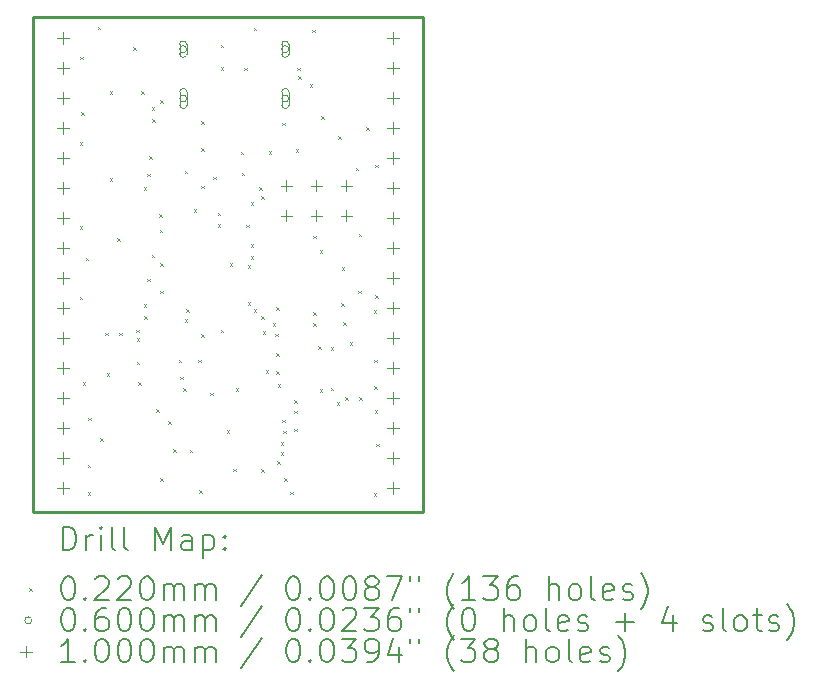
<source format=gbr>
%TF.GenerationSoftware,KiCad,Pcbnew,9.0.0*%
%TF.CreationDate,2025-09-12T19:12:51+01:00*%
%TF.ProjectId,OE PyBoard,4f452050-7942-46f6-9172-642e6b696361,rev?*%
%TF.SameCoordinates,Original*%
%TF.FileFunction,Drillmap*%
%TF.FilePolarity,Positive*%
%FSLAX45Y45*%
G04 Gerber Fmt 4.5, Leading zero omitted, Abs format (unit mm)*
G04 Created by KiCad (PCBNEW 9.0.0) date 2025-09-12 19:12:51*
%MOMM*%
%LPD*%
G01*
G04 APERTURE LIST*
%ADD10C,0.230000*%
%ADD11C,0.200000*%
%ADD12C,0.100000*%
G04 APERTURE END LIST*
D10*
X12547600Y-9423200D02*
X15849600Y-9423200D01*
X15849600Y-13614200D01*
X12547600Y-13614200D01*
X12547600Y-9423200D01*
D11*
D12*
X12943000Y-10479200D02*
X12965000Y-10501200D01*
X12965000Y-10479200D02*
X12943000Y-10501200D01*
X12943000Y-11190400D02*
X12965000Y-11212400D01*
X12965000Y-11190400D02*
X12943000Y-11212400D01*
X12943000Y-11787300D02*
X12965000Y-11809300D01*
X12965000Y-11787300D02*
X12943000Y-11809300D01*
X12948080Y-9757840D02*
X12970080Y-9779840D01*
X12970080Y-9757840D02*
X12948080Y-9779840D01*
X12955700Y-10225200D02*
X12977700Y-10247200D01*
X12977700Y-10225200D02*
X12955700Y-10247200D01*
X12968400Y-12514000D02*
X12990400Y-12536000D01*
X12990400Y-12514000D02*
X12968400Y-12536000D01*
X12993800Y-11457100D02*
X13015800Y-11479100D01*
X13015800Y-11457100D02*
X12993800Y-11479100D01*
X13009040Y-13212240D02*
X13031040Y-13234240D01*
X13031040Y-13212240D02*
X13009040Y-13234240D01*
X13009040Y-13445920D02*
X13031040Y-13467920D01*
X13031040Y-13445920D02*
X13009040Y-13467920D01*
X13013600Y-12814000D02*
X13035600Y-12836000D01*
X13035600Y-12814000D02*
X13013600Y-12836000D01*
X13095400Y-9501300D02*
X13117400Y-9523300D01*
X13117400Y-9501300D02*
X13095400Y-9523300D01*
X13113600Y-12989000D02*
X13135600Y-13011000D01*
X13135600Y-12989000D02*
X13113600Y-13011000D01*
X13159651Y-12095297D02*
X13181651Y-12117297D01*
X13181651Y-12095297D02*
X13159651Y-12117297D01*
X13170555Y-12434800D02*
X13192555Y-12456800D01*
X13192555Y-12434800D02*
X13170555Y-12456800D01*
X13197000Y-10047400D02*
X13219000Y-10069400D01*
X13219000Y-10047400D02*
X13197000Y-10069400D01*
X13197000Y-10784000D02*
X13219000Y-10806000D01*
X13219000Y-10784000D02*
X13197000Y-10806000D01*
X13260500Y-11292000D02*
X13282500Y-11314000D01*
X13282500Y-11292000D02*
X13260500Y-11314000D01*
X13277543Y-12095157D02*
X13299543Y-12117157D01*
X13299543Y-12095157D02*
X13277543Y-12117157D01*
X13395120Y-9676560D02*
X13417120Y-9698560D01*
X13417120Y-9676560D02*
X13395120Y-9698560D01*
X13420600Y-12067867D02*
X13442600Y-12089867D01*
X13442600Y-12067867D02*
X13420600Y-12089867D01*
X13425600Y-12142700D02*
X13447600Y-12164700D01*
X13447600Y-12142700D02*
X13425600Y-12164700D01*
X13425600Y-12339700D02*
X13447600Y-12361700D01*
X13447600Y-12339700D02*
X13425600Y-12361700D01*
X13438300Y-12511200D02*
X13460300Y-12533200D01*
X13460300Y-12511200D02*
X13438300Y-12533200D01*
X13463700Y-10047400D02*
X13485700Y-10069400D01*
X13485700Y-10047400D02*
X13463700Y-10069400D01*
X13483583Y-10860200D02*
X13505583Y-10882200D01*
X13505583Y-10860200D02*
X13483583Y-10882200D01*
X13483583Y-11850600D02*
X13505583Y-11872600D01*
X13505583Y-11850600D02*
X13483583Y-11872600D01*
X13489100Y-11952400D02*
X13511100Y-11974400D01*
X13511100Y-11952400D02*
X13489100Y-11974400D01*
X13514500Y-10745900D02*
X13536500Y-10767900D01*
X13536500Y-10745900D02*
X13514500Y-10767900D01*
X13514500Y-11634900D02*
X13536500Y-11656900D01*
X13536500Y-11634900D02*
X13514500Y-11656900D01*
X13531400Y-10597500D02*
X13553400Y-10619500D01*
X13553400Y-10597500D02*
X13531400Y-10619500D01*
X13552600Y-10183911D02*
X13574600Y-10205911D01*
X13574600Y-10183911D02*
X13552600Y-10205911D01*
X13552600Y-11431700D02*
X13574600Y-11453700D01*
X13574600Y-11431700D02*
X13552600Y-11453700D01*
X13557580Y-10287007D02*
X13579580Y-10309007D01*
X13579580Y-10287007D02*
X13557580Y-10309007D01*
X13590700Y-12739600D02*
X13612700Y-12761600D01*
X13612700Y-12739600D02*
X13590700Y-12761600D01*
X13613600Y-11089000D02*
X13635600Y-11111000D01*
X13635600Y-11089000D02*
X13613600Y-11111000D01*
X13618472Y-11220272D02*
X13640472Y-11242272D01*
X13640472Y-11220272D02*
X13618472Y-11242272D01*
X13622450Y-11507700D02*
X13644450Y-11529700D01*
X13644450Y-11507700D02*
X13622450Y-11529700D01*
X13622450Y-11736500D02*
X13644450Y-11758500D01*
X13644450Y-11736500D02*
X13622450Y-11758500D01*
X13622902Y-10125411D02*
X13644902Y-10147411D01*
X13644902Y-10125411D02*
X13622902Y-10147411D01*
X13623720Y-13323800D02*
X13645720Y-13345800D01*
X13645720Y-13323800D02*
X13623720Y-13345800D01*
X13692300Y-12841200D02*
X13714300Y-12863200D01*
X13714300Y-12841200D02*
X13692300Y-12863200D01*
X13735480Y-13080160D02*
X13757480Y-13102160D01*
X13757480Y-13080160D02*
X13735480Y-13102160D01*
X13781200Y-12320700D02*
X13803200Y-12342700D01*
X13803200Y-12320700D02*
X13781200Y-12342700D01*
X13791360Y-12467802D02*
X13813360Y-12489802D01*
X13813360Y-12467802D02*
X13791360Y-12489802D01*
X13819300Y-12562000D02*
X13841300Y-12584000D01*
X13841300Y-12562000D02*
X13819300Y-12584000D01*
X13832000Y-10720500D02*
X13854000Y-10742500D01*
X13854000Y-10720500D02*
X13832000Y-10742500D01*
X13832000Y-11977800D02*
X13854000Y-11999800D01*
X13854000Y-11977800D02*
X13832000Y-11999800D01*
X13841600Y-11893900D02*
X13863600Y-11915900D01*
X13863600Y-11893900D02*
X13841600Y-11915900D01*
X13871380Y-13083066D02*
X13893380Y-13105066D01*
X13893380Y-13083066D02*
X13871380Y-13105066D01*
X13906600Y-11046080D02*
X13928600Y-11068080D01*
X13928600Y-11046080D02*
X13906600Y-11068080D01*
X13946300Y-12320700D02*
X13968300Y-12342700D01*
X13968300Y-12320700D02*
X13946300Y-12342700D01*
X13953920Y-13425600D02*
X13975920Y-13447600D01*
X13975920Y-13425600D02*
X13953920Y-13447600D01*
X13971700Y-10301400D02*
X13993700Y-10323400D01*
X13993700Y-10301400D02*
X13971700Y-10323400D01*
X13971700Y-10530000D02*
X13993700Y-10552000D01*
X13993700Y-10530000D02*
X13971700Y-10552000D01*
X13971700Y-10847500D02*
X13993700Y-10869500D01*
X13993700Y-10847500D02*
X13971700Y-10869500D01*
X13971700Y-12104800D02*
X13993700Y-12126800D01*
X13993700Y-12104800D02*
X13971700Y-12126800D01*
X14047900Y-12600100D02*
X14069900Y-12622100D01*
X14069900Y-12600100D02*
X14047900Y-12622100D01*
X14073300Y-10771300D02*
X14095300Y-10793300D01*
X14095300Y-10771300D02*
X14073300Y-10793300D01*
X14111400Y-11076100D02*
X14133400Y-11098100D01*
X14133400Y-11076100D02*
X14111400Y-11098100D01*
X14111400Y-11177500D02*
X14133400Y-11199500D01*
X14133400Y-11177500D02*
X14111400Y-11199500D01*
X14136800Y-9653700D02*
X14158800Y-9675700D01*
X14158800Y-9653700D02*
X14136800Y-9675700D01*
X14136800Y-9844200D02*
X14158800Y-9866200D01*
X14158800Y-9844200D02*
X14136800Y-9866200D01*
X14136800Y-12066700D02*
X14158800Y-12088700D01*
X14158800Y-12066700D02*
X14136800Y-12088700D01*
X14187600Y-12917400D02*
X14209600Y-12939400D01*
X14209600Y-12917400D02*
X14187600Y-12939400D01*
X14213000Y-11507700D02*
X14235000Y-11529700D01*
X14235000Y-11507700D02*
X14213000Y-11529700D01*
X14243480Y-13244978D02*
X14265480Y-13266978D01*
X14265480Y-13244978D02*
X14243480Y-13266978D01*
X14263800Y-12562000D02*
X14285800Y-12584000D01*
X14285800Y-12562000D02*
X14263800Y-12584000D01*
X14304440Y-10560480D02*
X14326440Y-10582480D01*
X14326440Y-10560480D02*
X14304440Y-10582480D01*
X14313545Y-10739000D02*
X14335545Y-10761000D01*
X14335545Y-10739000D02*
X14313545Y-10761000D01*
X14334920Y-9849280D02*
X14356920Y-9871280D01*
X14356920Y-9849280D02*
X14334920Y-9871280D01*
X14352700Y-11177700D02*
X14374700Y-11199700D01*
X14374700Y-11177700D02*
X14352700Y-11199700D01*
X14365400Y-11520400D02*
X14387400Y-11542400D01*
X14387400Y-11520400D02*
X14365400Y-11542400D01*
X14365400Y-11837900D02*
X14387400Y-11859900D01*
X14387400Y-11837900D02*
X14365400Y-11859900D01*
X14390800Y-10987000D02*
X14412800Y-11009000D01*
X14412800Y-10987000D02*
X14390800Y-11009000D01*
X14390800Y-11342600D02*
X14412800Y-11364600D01*
X14412800Y-11342600D02*
X14390800Y-11364600D01*
X14390800Y-11444200D02*
X14412800Y-11466200D01*
X14412800Y-11444200D02*
X14390800Y-11466200D01*
X14414658Y-9512545D02*
X14436658Y-9534545D01*
X14436658Y-9512545D02*
X14414658Y-9534545D01*
X14416562Y-11893900D02*
X14438562Y-11915900D01*
X14438562Y-11893900D02*
X14416562Y-11915900D01*
X14461064Y-10860038D02*
X14483064Y-10882038D01*
X14483064Y-10860038D02*
X14461064Y-10882038D01*
X14479700Y-10936400D02*
X14501700Y-10958400D01*
X14501700Y-10936400D02*
X14479700Y-10958400D01*
X14479700Y-11952400D02*
X14501700Y-11974400D01*
X14501700Y-11952400D02*
X14479700Y-11974400D01*
X14479700Y-13247800D02*
X14501700Y-13269800D01*
X14501700Y-13247800D02*
X14479700Y-13269800D01*
X14492400Y-12079400D02*
X14514400Y-12101400D01*
X14514400Y-12079400D02*
X14492400Y-12101400D01*
X14517800Y-12409600D02*
X14539800Y-12431600D01*
X14539800Y-12409600D02*
X14517800Y-12431600D01*
X14543200Y-10555400D02*
X14565200Y-10577400D01*
X14565200Y-10555400D02*
X14543200Y-10577400D01*
X14576100Y-12015700D02*
X14598100Y-12037700D01*
X14598100Y-12015700D02*
X14576100Y-12037700D01*
X14597175Y-12101425D02*
X14619175Y-12123425D01*
X14619175Y-12101425D02*
X14597175Y-12123425D01*
X14606700Y-11876200D02*
X14628700Y-11898200D01*
X14628700Y-11876200D02*
X14606700Y-11898200D01*
X14606700Y-12269700D02*
X14628700Y-12291700D01*
X14628700Y-12269700D02*
X14606700Y-12291700D01*
X14606700Y-12422100D02*
X14628700Y-12444100D01*
X14628700Y-12422100D02*
X14606700Y-12444100D01*
X14614548Y-13179248D02*
X14636548Y-13201248D01*
X14636548Y-13179248D02*
X14614548Y-13201248D01*
X14619400Y-12531453D02*
X14641400Y-12553453D01*
X14641400Y-12531453D02*
X14619400Y-12553453D01*
X14644800Y-13019000D02*
X14666800Y-13041000D01*
X14666800Y-13019000D02*
X14644800Y-13041000D01*
X14644800Y-13107900D02*
X14666800Y-13129900D01*
X14666800Y-13107900D02*
X14644800Y-13129900D01*
X14657500Y-10314100D02*
X14679500Y-10336100D01*
X14679500Y-10314100D02*
X14657500Y-10336100D01*
X14657500Y-12828700D02*
X14679500Y-12850700D01*
X14679500Y-12828700D02*
X14657500Y-12850700D01*
X14664000Y-12924000D02*
X14686000Y-12946000D01*
X14686000Y-12924000D02*
X14664000Y-12946000D01*
X14671500Y-13325100D02*
X14693500Y-13347100D01*
X14693500Y-13325100D02*
X14671500Y-13347100D01*
X14726080Y-13440840D02*
X14748080Y-13462840D01*
X14748080Y-13440840D02*
X14726080Y-13462840D01*
X14759100Y-12663600D02*
X14781100Y-12685600D01*
X14781100Y-12663600D02*
X14759100Y-12685600D01*
X14759100Y-12752500D02*
X14781100Y-12774500D01*
X14781100Y-12752500D02*
X14759100Y-12774500D01*
X14759100Y-12904900D02*
X14781100Y-12926900D01*
X14781100Y-12904900D02*
X14759100Y-12926900D01*
X14771800Y-10539900D02*
X14793800Y-10561900D01*
X14793800Y-10539900D02*
X14771800Y-10561900D01*
X14785574Y-9850549D02*
X14807574Y-9872549D01*
X14807574Y-9850549D02*
X14785574Y-9872549D01*
X14793907Y-9922404D02*
X14815907Y-9944404D01*
X14815907Y-9922404D02*
X14793907Y-9944404D01*
X14888600Y-9989000D02*
X14910600Y-10011000D01*
X14910600Y-9989000D02*
X14888600Y-10011000D01*
X14908960Y-9529240D02*
X14930960Y-9551240D01*
X14930960Y-9529240D02*
X14908960Y-9551240D01*
X14916388Y-12011872D02*
X14938388Y-12033872D01*
X14938388Y-12011872D02*
X14916388Y-12033872D01*
X14918923Y-11272999D02*
X14940923Y-11294999D01*
X14940923Y-11272999D02*
X14918923Y-11294999D01*
X14920596Y-11921049D02*
X14942596Y-11943049D01*
X14942596Y-11921049D02*
X14920596Y-11943049D01*
X14962300Y-12206400D02*
X14984300Y-12228400D01*
X14984300Y-12206400D02*
X14962300Y-12228400D01*
X14975000Y-11393600D02*
X14997000Y-11415600D01*
X14997000Y-11393600D02*
X14975000Y-11415600D01*
X14975000Y-12574500D02*
X14997000Y-12596500D01*
X14997000Y-12574500D02*
X14975000Y-12596500D01*
X14985160Y-10260760D02*
X15007160Y-10282760D01*
X15007160Y-10260760D02*
X14985160Y-10282760D01*
X15066468Y-12215353D02*
X15088468Y-12237353D01*
X15088468Y-12215353D02*
X15066468Y-12237353D01*
X15067634Y-12560134D02*
X15089634Y-12582134D01*
X15089634Y-12560134D02*
X15067634Y-12582134D01*
X15116500Y-12681500D02*
X15138500Y-12703500D01*
X15138500Y-12681500D02*
X15116500Y-12703500D01*
X15128391Y-10431194D02*
X15150391Y-10453194D01*
X15150391Y-10431194D02*
X15128391Y-10453194D01*
X15157999Y-11843720D02*
X15179999Y-11865720D01*
X15179999Y-11843720D02*
X15157999Y-11865720D01*
X15159000Y-11539000D02*
X15181000Y-11561000D01*
X15181000Y-11539000D02*
X15159000Y-11561000D01*
X15173200Y-12003200D02*
X15195200Y-12025200D01*
X15195200Y-12003200D02*
X15173200Y-12025200D01*
X15190900Y-12641500D02*
X15212900Y-12663500D01*
X15212900Y-12641500D02*
X15190900Y-12663500D01*
X15228000Y-12175976D02*
X15250000Y-12197976D01*
X15250000Y-12175976D02*
X15228000Y-12197976D01*
X15279800Y-10695100D02*
X15301800Y-10717100D01*
X15301800Y-10695100D02*
X15279800Y-10717100D01*
X15299000Y-11739040D02*
X15321000Y-11761040D01*
X15321000Y-11739040D02*
X15299000Y-11761040D01*
X15305200Y-11253900D02*
X15327200Y-11275900D01*
X15327200Y-11253900D02*
X15305200Y-11275900D01*
X15309000Y-12641500D02*
X15331000Y-12663500D01*
X15331000Y-12641500D02*
X15309000Y-12663500D01*
X15366160Y-10352200D02*
X15388160Y-10374200D01*
X15388160Y-10352200D02*
X15366160Y-10374200D01*
X15432200Y-11901600D02*
X15454200Y-11923600D01*
X15454200Y-11901600D02*
X15432200Y-11923600D01*
X15432200Y-13451000D02*
X15454200Y-13473000D01*
X15454200Y-13451000D02*
X15432200Y-13473000D01*
X15437280Y-12323240D02*
X15459280Y-12345240D01*
X15459280Y-12323240D02*
X15437280Y-12345240D01*
X15437280Y-12546760D02*
X15459280Y-12568760D01*
X15459280Y-12546760D02*
X15437280Y-12568760D01*
X15439000Y-12749000D02*
X15461000Y-12771000D01*
X15461000Y-12749000D02*
X15439000Y-12771000D01*
X15444556Y-10669700D02*
X15466556Y-10691700D01*
X15466556Y-10669700D02*
X15444556Y-10691700D01*
X15444900Y-11774600D02*
X15466900Y-11796600D01*
X15466900Y-11774600D02*
X15444900Y-11796600D01*
X15452520Y-13034440D02*
X15474520Y-13056440D01*
X15474520Y-13034440D02*
X15452520Y-13056440D01*
X13847400Y-9693100D02*
G75*
G02*
X13787400Y-9693100I-30000J0D01*
G01*
X13787400Y-9693100D02*
G75*
G02*
X13847400Y-9693100I30000J0D01*
G01*
X13847400Y-9733100D02*
X13847400Y-9653100D01*
X13787400Y-9653100D02*
G75*
G02*
X13847400Y-9653100I30000J0D01*
G01*
X13787400Y-9653100D02*
X13787400Y-9733100D01*
X13787400Y-9733100D02*
G75*
G03*
X13847400Y-9733100I30000J0D01*
G01*
X13847400Y-10111100D02*
G75*
G02*
X13787400Y-10111100I-30000J0D01*
G01*
X13787400Y-10111100D02*
G75*
G02*
X13847400Y-10111100I30000J0D01*
G01*
X13847400Y-10166100D02*
X13847400Y-10056100D01*
X13787400Y-10056100D02*
G75*
G02*
X13847400Y-10056100I30000J0D01*
G01*
X13787400Y-10056100D02*
X13787400Y-10166100D01*
X13787400Y-10166100D02*
G75*
G03*
X13847400Y-10166100I30000J0D01*
G01*
X14711400Y-9693100D02*
G75*
G02*
X14651400Y-9693100I-30000J0D01*
G01*
X14651400Y-9693100D02*
G75*
G02*
X14711400Y-9693100I30000J0D01*
G01*
X14711400Y-9733100D02*
X14711400Y-9653100D01*
X14651400Y-9653100D02*
G75*
G02*
X14711400Y-9653100I30000J0D01*
G01*
X14651400Y-9653100D02*
X14651400Y-9733100D01*
X14651400Y-9733100D02*
G75*
G03*
X14711400Y-9733100I30000J0D01*
G01*
X14711400Y-10111100D02*
G75*
G02*
X14651400Y-10111100I-30000J0D01*
G01*
X14651400Y-10111100D02*
G75*
G02*
X14711400Y-10111100I30000J0D01*
G01*
X14711400Y-10166100D02*
X14711400Y-10056100D01*
X14651400Y-10056100D02*
G75*
G02*
X14711400Y-10056100I30000J0D01*
G01*
X14651400Y-10056100D02*
X14651400Y-10166100D01*
X14651400Y-10166100D02*
G75*
G03*
X14711400Y-10166100I30000J0D01*
G01*
X12801600Y-9551200D02*
X12801600Y-9651200D01*
X12751600Y-9601200D02*
X12851600Y-9601200D01*
X12801600Y-9805200D02*
X12801600Y-9905200D01*
X12751600Y-9855200D02*
X12851600Y-9855200D01*
X12801600Y-10059200D02*
X12801600Y-10159200D01*
X12751600Y-10109200D02*
X12851600Y-10109200D01*
X12801600Y-10313200D02*
X12801600Y-10413200D01*
X12751600Y-10363200D02*
X12851600Y-10363200D01*
X12801600Y-10567200D02*
X12801600Y-10667200D01*
X12751600Y-10617200D02*
X12851600Y-10617200D01*
X12801600Y-10821200D02*
X12801600Y-10921200D01*
X12751600Y-10871200D02*
X12851600Y-10871200D01*
X12801600Y-11075200D02*
X12801600Y-11175200D01*
X12751600Y-11125200D02*
X12851600Y-11125200D01*
X12801600Y-11329200D02*
X12801600Y-11429200D01*
X12751600Y-11379200D02*
X12851600Y-11379200D01*
X12801600Y-11583200D02*
X12801600Y-11683200D01*
X12751600Y-11633200D02*
X12851600Y-11633200D01*
X12801600Y-11837200D02*
X12801600Y-11937200D01*
X12751600Y-11887200D02*
X12851600Y-11887200D01*
X12801600Y-12091200D02*
X12801600Y-12191200D01*
X12751600Y-12141200D02*
X12851600Y-12141200D01*
X12801600Y-12345200D02*
X12801600Y-12445200D01*
X12751600Y-12395200D02*
X12851600Y-12395200D01*
X12801600Y-12599200D02*
X12801600Y-12699200D01*
X12751600Y-12649200D02*
X12851600Y-12649200D01*
X12801600Y-12853200D02*
X12801600Y-12953200D01*
X12751600Y-12903200D02*
X12851600Y-12903200D01*
X12801600Y-13107200D02*
X12801600Y-13207200D01*
X12751600Y-13157200D02*
X12851600Y-13157200D01*
X12801600Y-13361200D02*
X12801600Y-13461200D01*
X12751600Y-13411200D02*
X12851600Y-13411200D01*
X14692400Y-10797800D02*
X14692400Y-10897800D01*
X14642400Y-10847800D02*
X14742400Y-10847800D01*
X14692400Y-11051800D02*
X14692400Y-11151800D01*
X14642400Y-11101800D02*
X14742400Y-11101800D01*
X14946400Y-10797800D02*
X14946400Y-10897800D01*
X14896400Y-10847800D02*
X14996400Y-10847800D01*
X14946400Y-11051800D02*
X14946400Y-11151800D01*
X14896400Y-11101800D02*
X14996400Y-11101800D01*
X15200400Y-10797800D02*
X15200400Y-10897800D01*
X15150400Y-10847800D02*
X15250400Y-10847800D01*
X15200400Y-11051800D02*
X15200400Y-11151800D01*
X15150400Y-11101800D02*
X15250400Y-11101800D01*
X15595600Y-9551200D02*
X15595600Y-9651200D01*
X15545600Y-9601200D02*
X15645600Y-9601200D01*
X15595600Y-9805200D02*
X15595600Y-9905200D01*
X15545600Y-9855200D02*
X15645600Y-9855200D01*
X15595600Y-10059200D02*
X15595600Y-10159200D01*
X15545600Y-10109200D02*
X15645600Y-10109200D01*
X15595600Y-10313200D02*
X15595600Y-10413200D01*
X15545600Y-10363200D02*
X15645600Y-10363200D01*
X15595600Y-10567200D02*
X15595600Y-10667200D01*
X15545600Y-10617200D02*
X15645600Y-10617200D01*
X15595600Y-10821200D02*
X15595600Y-10921200D01*
X15545600Y-10871200D02*
X15645600Y-10871200D01*
X15595600Y-11075200D02*
X15595600Y-11175200D01*
X15545600Y-11125200D02*
X15645600Y-11125200D01*
X15595600Y-11329200D02*
X15595600Y-11429200D01*
X15545600Y-11379200D02*
X15645600Y-11379200D01*
X15595600Y-11583200D02*
X15595600Y-11683200D01*
X15545600Y-11633200D02*
X15645600Y-11633200D01*
X15595600Y-11837200D02*
X15595600Y-11937200D01*
X15545600Y-11887200D02*
X15645600Y-11887200D01*
X15595600Y-12091200D02*
X15595600Y-12191200D01*
X15545600Y-12141200D02*
X15645600Y-12141200D01*
X15595600Y-12345200D02*
X15595600Y-12445200D01*
X15545600Y-12395200D02*
X15645600Y-12395200D01*
X15595600Y-12599200D02*
X15595600Y-12699200D01*
X15545600Y-12649200D02*
X15645600Y-12649200D01*
X15595600Y-12853200D02*
X15595600Y-12953200D01*
X15545600Y-12903200D02*
X15645600Y-12903200D01*
X15595600Y-13107200D02*
X15595600Y-13207200D01*
X15545600Y-13157200D02*
X15645600Y-13157200D01*
X15595600Y-13361200D02*
X15595600Y-13461200D01*
X15545600Y-13411200D02*
X15645600Y-13411200D01*
D11*
X12796877Y-13937184D02*
X12796877Y-13737184D01*
X12796877Y-13737184D02*
X12844496Y-13737184D01*
X12844496Y-13737184D02*
X12873067Y-13746708D01*
X12873067Y-13746708D02*
X12892115Y-13765755D01*
X12892115Y-13765755D02*
X12901639Y-13784803D01*
X12901639Y-13784803D02*
X12911162Y-13822898D01*
X12911162Y-13822898D02*
X12911162Y-13851469D01*
X12911162Y-13851469D02*
X12901639Y-13889565D01*
X12901639Y-13889565D02*
X12892115Y-13908612D01*
X12892115Y-13908612D02*
X12873067Y-13927660D01*
X12873067Y-13927660D02*
X12844496Y-13937184D01*
X12844496Y-13937184D02*
X12796877Y-13937184D01*
X12996877Y-13937184D02*
X12996877Y-13803850D01*
X12996877Y-13841946D02*
X13006401Y-13822898D01*
X13006401Y-13822898D02*
X13015924Y-13813374D01*
X13015924Y-13813374D02*
X13034972Y-13803850D01*
X13034972Y-13803850D02*
X13054020Y-13803850D01*
X13120686Y-13937184D02*
X13120686Y-13803850D01*
X13120686Y-13737184D02*
X13111162Y-13746708D01*
X13111162Y-13746708D02*
X13120686Y-13756231D01*
X13120686Y-13756231D02*
X13130210Y-13746708D01*
X13130210Y-13746708D02*
X13120686Y-13737184D01*
X13120686Y-13737184D02*
X13120686Y-13756231D01*
X13244496Y-13937184D02*
X13225448Y-13927660D01*
X13225448Y-13927660D02*
X13215924Y-13908612D01*
X13215924Y-13908612D02*
X13215924Y-13737184D01*
X13349258Y-13937184D02*
X13330210Y-13927660D01*
X13330210Y-13927660D02*
X13320686Y-13908612D01*
X13320686Y-13908612D02*
X13320686Y-13737184D01*
X13577829Y-13937184D02*
X13577829Y-13737184D01*
X13577829Y-13737184D02*
X13644496Y-13880041D01*
X13644496Y-13880041D02*
X13711162Y-13737184D01*
X13711162Y-13737184D02*
X13711162Y-13937184D01*
X13892115Y-13937184D02*
X13892115Y-13832422D01*
X13892115Y-13832422D02*
X13882591Y-13813374D01*
X13882591Y-13813374D02*
X13863543Y-13803850D01*
X13863543Y-13803850D02*
X13825448Y-13803850D01*
X13825448Y-13803850D02*
X13806401Y-13813374D01*
X13892115Y-13927660D02*
X13873067Y-13937184D01*
X13873067Y-13937184D02*
X13825448Y-13937184D01*
X13825448Y-13937184D02*
X13806401Y-13927660D01*
X13806401Y-13927660D02*
X13796877Y-13908612D01*
X13796877Y-13908612D02*
X13796877Y-13889565D01*
X13796877Y-13889565D02*
X13806401Y-13870517D01*
X13806401Y-13870517D02*
X13825448Y-13860993D01*
X13825448Y-13860993D02*
X13873067Y-13860993D01*
X13873067Y-13860993D02*
X13892115Y-13851469D01*
X13987353Y-13803850D02*
X13987353Y-14003850D01*
X13987353Y-13813374D02*
X14006401Y-13803850D01*
X14006401Y-13803850D02*
X14044496Y-13803850D01*
X14044496Y-13803850D02*
X14063543Y-13813374D01*
X14063543Y-13813374D02*
X14073067Y-13822898D01*
X14073067Y-13822898D02*
X14082591Y-13841946D01*
X14082591Y-13841946D02*
X14082591Y-13899088D01*
X14082591Y-13899088D02*
X14073067Y-13918136D01*
X14073067Y-13918136D02*
X14063543Y-13927660D01*
X14063543Y-13927660D02*
X14044496Y-13937184D01*
X14044496Y-13937184D02*
X14006401Y-13937184D01*
X14006401Y-13937184D02*
X13987353Y-13927660D01*
X14168305Y-13918136D02*
X14177829Y-13927660D01*
X14177829Y-13927660D02*
X14168305Y-13937184D01*
X14168305Y-13937184D02*
X14158782Y-13927660D01*
X14158782Y-13927660D02*
X14168305Y-13918136D01*
X14168305Y-13918136D02*
X14168305Y-13937184D01*
X14168305Y-13813374D02*
X14177829Y-13822898D01*
X14177829Y-13822898D02*
X14168305Y-13832422D01*
X14168305Y-13832422D02*
X14158782Y-13822898D01*
X14158782Y-13822898D02*
X14168305Y-13813374D01*
X14168305Y-13813374D02*
X14168305Y-13832422D01*
D12*
X12514100Y-14254700D02*
X12536100Y-14276700D01*
X12536100Y-14254700D02*
X12514100Y-14276700D01*
D11*
X12834972Y-14157184D02*
X12854020Y-14157184D01*
X12854020Y-14157184D02*
X12873067Y-14166708D01*
X12873067Y-14166708D02*
X12882591Y-14176231D01*
X12882591Y-14176231D02*
X12892115Y-14195279D01*
X12892115Y-14195279D02*
X12901639Y-14233374D01*
X12901639Y-14233374D02*
X12901639Y-14280993D01*
X12901639Y-14280993D02*
X12892115Y-14319088D01*
X12892115Y-14319088D02*
X12882591Y-14338136D01*
X12882591Y-14338136D02*
X12873067Y-14347660D01*
X12873067Y-14347660D02*
X12854020Y-14357184D01*
X12854020Y-14357184D02*
X12834972Y-14357184D01*
X12834972Y-14357184D02*
X12815924Y-14347660D01*
X12815924Y-14347660D02*
X12806401Y-14338136D01*
X12806401Y-14338136D02*
X12796877Y-14319088D01*
X12796877Y-14319088D02*
X12787353Y-14280993D01*
X12787353Y-14280993D02*
X12787353Y-14233374D01*
X12787353Y-14233374D02*
X12796877Y-14195279D01*
X12796877Y-14195279D02*
X12806401Y-14176231D01*
X12806401Y-14176231D02*
X12815924Y-14166708D01*
X12815924Y-14166708D02*
X12834972Y-14157184D01*
X12987353Y-14338136D02*
X12996877Y-14347660D01*
X12996877Y-14347660D02*
X12987353Y-14357184D01*
X12987353Y-14357184D02*
X12977829Y-14347660D01*
X12977829Y-14347660D02*
X12987353Y-14338136D01*
X12987353Y-14338136D02*
X12987353Y-14357184D01*
X13073067Y-14176231D02*
X13082591Y-14166708D01*
X13082591Y-14166708D02*
X13101639Y-14157184D01*
X13101639Y-14157184D02*
X13149258Y-14157184D01*
X13149258Y-14157184D02*
X13168305Y-14166708D01*
X13168305Y-14166708D02*
X13177829Y-14176231D01*
X13177829Y-14176231D02*
X13187353Y-14195279D01*
X13187353Y-14195279D02*
X13187353Y-14214327D01*
X13187353Y-14214327D02*
X13177829Y-14242898D01*
X13177829Y-14242898D02*
X13063543Y-14357184D01*
X13063543Y-14357184D02*
X13187353Y-14357184D01*
X13263543Y-14176231D02*
X13273067Y-14166708D01*
X13273067Y-14166708D02*
X13292115Y-14157184D01*
X13292115Y-14157184D02*
X13339734Y-14157184D01*
X13339734Y-14157184D02*
X13358782Y-14166708D01*
X13358782Y-14166708D02*
X13368305Y-14176231D01*
X13368305Y-14176231D02*
X13377829Y-14195279D01*
X13377829Y-14195279D02*
X13377829Y-14214327D01*
X13377829Y-14214327D02*
X13368305Y-14242898D01*
X13368305Y-14242898D02*
X13254020Y-14357184D01*
X13254020Y-14357184D02*
X13377829Y-14357184D01*
X13501639Y-14157184D02*
X13520686Y-14157184D01*
X13520686Y-14157184D02*
X13539734Y-14166708D01*
X13539734Y-14166708D02*
X13549258Y-14176231D01*
X13549258Y-14176231D02*
X13558782Y-14195279D01*
X13558782Y-14195279D02*
X13568305Y-14233374D01*
X13568305Y-14233374D02*
X13568305Y-14280993D01*
X13568305Y-14280993D02*
X13558782Y-14319088D01*
X13558782Y-14319088D02*
X13549258Y-14338136D01*
X13549258Y-14338136D02*
X13539734Y-14347660D01*
X13539734Y-14347660D02*
X13520686Y-14357184D01*
X13520686Y-14357184D02*
X13501639Y-14357184D01*
X13501639Y-14357184D02*
X13482591Y-14347660D01*
X13482591Y-14347660D02*
X13473067Y-14338136D01*
X13473067Y-14338136D02*
X13463543Y-14319088D01*
X13463543Y-14319088D02*
X13454020Y-14280993D01*
X13454020Y-14280993D02*
X13454020Y-14233374D01*
X13454020Y-14233374D02*
X13463543Y-14195279D01*
X13463543Y-14195279D02*
X13473067Y-14176231D01*
X13473067Y-14176231D02*
X13482591Y-14166708D01*
X13482591Y-14166708D02*
X13501639Y-14157184D01*
X13654020Y-14357184D02*
X13654020Y-14223850D01*
X13654020Y-14242898D02*
X13663543Y-14233374D01*
X13663543Y-14233374D02*
X13682591Y-14223850D01*
X13682591Y-14223850D02*
X13711163Y-14223850D01*
X13711163Y-14223850D02*
X13730210Y-14233374D01*
X13730210Y-14233374D02*
X13739734Y-14252422D01*
X13739734Y-14252422D02*
X13739734Y-14357184D01*
X13739734Y-14252422D02*
X13749258Y-14233374D01*
X13749258Y-14233374D02*
X13768305Y-14223850D01*
X13768305Y-14223850D02*
X13796877Y-14223850D01*
X13796877Y-14223850D02*
X13815924Y-14233374D01*
X13815924Y-14233374D02*
X13825448Y-14252422D01*
X13825448Y-14252422D02*
X13825448Y-14357184D01*
X13920686Y-14357184D02*
X13920686Y-14223850D01*
X13920686Y-14242898D02*
X13930210Y-14233374D01*
X13930210Y-14233374D02*
X13949258Y-14223850D01*
X13949258Y-14223850D02*
X13977829Y-14223850D01*
X13977829Y-14223850D02*
X13996877Y-14233374D01*
X13996877Y-14233374D02*
X14006401Y-14252422D01*
X14006401Y-14252422D02*
X14006401Y-14357184D01*
X14006401Y-14252422D02*
X14015924Y-14233374D01*
X14015924Y-14233374D02*
X14034972Y-14223850D01*
X14034972Y-14223850D02*
X14063543Y-14223850D01*
X14063543Y-14223850D02*
X14082591Y-14233374D01*
X14082591Y-14233374D02*
X14092115Y-14252422D01*
X14092115Y-14252422D02*
X14092115Y-14357184D01*
X14482591Y-14147660D02*
X14311163Y-14404803D01*
X14739734Y-14157184D02*
X14758782Y-14157184D01*
X14758782Y-14157184D02*
X14777829Y-14166708D01*
X14777829Y-14166708D02*
X14787353Y-14176231D01*
X14787353Y-14176231D02*
X14796877Y-14195279D01*
X14796877Y-14195279D02*
X14806401Y-14233374D01*
X14806401Y-14233374D02*
X14806401Y-14280993D01*
X14806401Y-14280993D02*
X14796877Y-14319088D01*
X14796877Y-14319088D02*
X14787353Y-14338136D01*
X14787353Y-14338136D02*
X14777829Y-14347660D01*
X14777829Y-14347660D02*
X14758782Y-14357184D01*
X14758782Y-14357184D02*
X14739734Y-14357184D01*
X14739734Y-14357184D02*
X14720686Y-14347660D01*
X14720686Y-14347660D02*
X14711163Y-14338136D01*
X14711163Y-14338136D02*
X14701639Y-14319088D01*
X14701639Y-14319088D02*
X14692115Y-14280993D01*
X14692115Y-14280993D02*
X14692115Y-14233374D01*
X14692115Y-14233374D02*
X14701639Y-14195279D01*
X14701639Y-14195279D02*
X14711163Y-14176231D01*
X14711163Y-14176231D02*
X14720686Y-14166708D01*
X14720686Y-14166708D02*
X14739734Y-14157184D01*
X14892115Y-14338136D02*
X14901639Y-14347660D01*
X14901639Y-14347660D02*
X14892115Y-14357184D01*
X14892115Y-14357184D02*
X14882591Y-14347660D01*
X14882591Y-14347660D02*
X14892115Y-14338136D01*
X14892115Y-14338136D02*
X14892115Y-14357184D01*
X15025448Y-14157184D02*
X15044496Y-14157184D01*
X15044496Y-14157184D02*
X15063544Y-14166708D01*
X15063544Y-14166708D02*
X15073067Y-14176231D01*
X15073067Y-14176231D02*
X15082591Y-14195279D01*
X15082591Y-14195279D02*
X15092115Y-14233374D01*
X15092115Y-14233374D02*
X15092115Y-14280993D01*
X15092115Y-14280993D02*
X15082591Y-14319088D01*
X15082591Y-14319088D02*
X15073067Y-14338136D01*
X15073067Y-14338136D02*
X15063544Y-14347660D01*
X15063544Y-14347660D02*
X15044496Y-14357184D01*
X15044496Y-14357184D02*
X15025448Y-14357184D01*
X15025448Y-14357184D02*
X15006401Y-14347660D01*
X15006401Y-14347660D02*
X14996877Y-14338136D01*
X14996877Y-14338136D02*
X14987353Y-14319088D01*
X14987353Y-14319088D02*
X14977829Y-14280993D01*
X14977829Y-14280993D02*
X14977829Y-14233374D01*
X14977829Y-14233374D02*
X14987353Y-14195279D01*
X14987353Y-14195279D02*
X14996877Y-14176231D01*
X14996877Y-14176231D02*
X15006401Y-14166708D01*
X15006401Y-14166708D02*
X15025448Y-14157184D01*
X15215925Y-14157184D02*
X15234972Y-14157184D01*
X15234972Y-14157184D02*
X15254020Y-14166708D01*
X15254020Y-14166708D02*
X15263544Y-14176231D01*
X15263544Y-14176231D02*
X15273067Y-14195279D01*
X15273067Y-14195279D02*
X15282591Y-14233374D01*
X15282591Y-14233374D02*
X15282591Y-14280993D01*
X15282591Y-14280993D02*
X15273067Y-14319088D01*
X15273067Y-14319088D02*
X15263544Y-14338136D01*
X15263544Y-14338136D02*
X15254020Y-14347660D01*
X15254020Y-14347660D02*
X15234972Y-14357184D01*
X15234972Y-14357184D02*
X15215925Y-14357184D01*
X15215925Y-14357184D02*
X15196877Y-14347660D01*
X15196877Y-14347660D02*
X15187353Y-14338136D01*
X15187353Y-14338136D02*
X15177829Y-14319088D01*
X15177829Y-14319088D02*
X15168306Y-14280993D01*
X15168306Y-14280993D02*
X15168306Y-14233374D01*
X15168306Y-14233374D02*
X15177829Y-14195279D01*
X15177829Y-14195279D02*
X15187353Y-14176231D01*
X15187353Y-14176231D02*
X15196877Y-14166708D01*
X15196877Y-14166708D02*
X15215925Y-14157184D01*
X15396877Y-14242898D02*
X15377829Y-14233374D01*
X15377829Y-14233374D02*
X15368306Y-14223850D01*
X15368306Y-14223850D02*
X15358782Y-14204803D01*
X15358782Y-14204803D02*
X15358782Y-14195279D01*
X15358782Y-14195279D02*
X15368306Y-14176231D01*
X15368306Y-14176231D02*
X15377829Y-14166708D01*
X15377829Y-14166708D02*
X15396877Y-14157184D01*
X15396877Y-14157184D02*
X15434972Y-14157184D01*
X15434972Y-14157184D02*
X15454020Y-14166708D01*
X15454020Y-14166708D02*
X15463544Y-14176231D01*
X15463544Y-14176231D02*
X15473067Y-14195279D01*
X15473067Y-14195279D02*
X15473067Y-14204803D01*
X15473067Y-14204803D02*
X15463544Y-14223850D01*
X15463544Y-14223850D02*
X15454020Y-14233374D01*
X15454020Y-14233374D02*
X15434972Y-14242898D01*
X15434972Y-14242898D02*
X15396877Y-14242898D01*
X15396877Y-14242898D02*
X15377829Y-14252422D01*
X15377829Y-14252422D02*
X15368306Y-14261946D01*
X15368306Y-14261946D02*
X15358782Y-14280993D01*
X15358782Y-14280993D02*
X15358782Y-14319088D01*
X15358782Y-14319088D02*
X15368306Y-14338136D01*
X15368306Y-14338136D02*
X15377829Y-14347660D01*
X15377829Y-14347660D02*
X15396877Y-14357184D01*
X15396877Y-14357184D02*
X15434972Y-14357184D01*
X15434972Y-14357184D02*
X15454020Y-14347660D01*
X15454020Y-14347660D02*
X15463544Y-14338136D01*
X15463544Y-14338136D02*
X15473067Y-14319088D01*
X15473067Y-14319088D02*
X15473067Y-14280993D01*
X15473067Y-14280993D02*
X15463544Y-14261946D01*
X15463544Y-14261946D02*
X15454020Y-14252422D01*
X15454020Y-14252422D02*
X15434972Y-14242898D01*
X15539734Y-14157184D02*
X15673067Y-14157184D01*
X15673067Y-14157184D02*
X15587353Y-14357184D01*
X15739734Y-14157184D02*
X15739734Y-14195279D01*
X15815925Y-14157184D02*
X15815925Y-14195279D01*
X16111163Y-14433374D02*
X16101639Y-14423850D01*
X16101639Y-14423850D02*
X16082591Y-14395279D01*
X16082591Y-14395279D02*
X16073068Y-14376231D01*
X16073068Y-14376231D02*
X16063544Y-14347660D01*
X16063544Y-14347660D02*
X16054020Y-14300041D01*
X16054020Y-14300041D02*
X16054020Y-14261946D01*
X16054020Y-14261946D02*
X16063544Y-14214327D01*
X16063544Y-14214327D02*
X16073068Y-14185755D01*
X16073068Y-14185755D02*
X16082591Y-14166708D01*
X16082591Y-14166708D02*
X16101639Y-14138136D01*
X16101639Y-14138136D02*
X16111163Y-14128612D01*
X16292115Y-14357184D02*
X16177829Y-14357184D01*
X16234972Y-14357184D02*
X16234972Y-14157184D01*
X16234972Y-14157184D02*
X16215925Y-14185755D01*
X16215925Y-14185755D02*
X16196877Y-14204803D01*
X16196877Y-14204803D02*
X16177829Y-14214327D01*
X16358782Y-14157184D02*
X16482591Y-14157184D01*
X16482591Y-14157184D02*
X16415925Y-14233374D01*
X16415925Y-14233374D02*
X16444496Y-14233374D01*
X16444496Y-14233374D02*
X16463544Y-14242898D01*
X16463544Y-14242898D02*
X16473068Y-14252422D01*
X16473068Y-14252422D02*
X16482591Y-14271469D01*
X16482591Y-14271469D02*
X16482591Y-14319088D01*
X16482591Y-14319088D02*
X16473068Y-14338136D01*
X16473068Y-14338136D02*
X16463544Y-14347660D01*
X16463544Y-14347660D02*
X16444496Y-14357184D01*
X16444496Y-14357184D02*
X16387353Y-14357184D01*
X16387353Y-14357184D02*
X16368306Y-14347660D01*
X16368306Y-14347660D02*
X16358782Y-14338136D01*
X16654020Y-14157184D02*
X16615925Y-14157184D01*
X16615925Y-14157184D02*
X16596877Y-14166708D01*
X16596877Y-14166708D02*
X16587353Y-14176231D01*
X16587353Y-14176231D02*
X16568306Y-14204803D01*
X16568306Y-14204803D02*
X16558782Y-14242898D01*
X16558782Y-14242898D02*
X16558782Y-14319088D01*
X16558782Y-14319088D02*
X16568306Y-14338136D01*
X16568306Y-14338136D02*
X16577829Y-14347660D01*
X16577829Y-14347660D02*
X16596877Y-14357184D01*
X16596877Y-14357184D02*
X16634972Y-14357184D01*
X16634972Y-14357184D02*
X16654020Y-14347660D01*
X16654020Y-14347660D02*
X16663544Y-14338136D01*
X16663544Y-14338136D02*
X16673068Y-14319088D01*
X16673068Y-14319088D02*
X16673068Y-14271469D01*
X16673068Y-14271469D02*
X16663544Y-14252422D01*
X16663544Y-14252422D02*
X16654020Y-14242898D01*
X16654020Y-14242898D02*
X16634972Y-14233374D01*
X16634972Y-14233374D02*
X16596877Y-14233374D01*
X16596877Y-14233374D02*
X16577829Y-14242898D01*
X16577829Y-14242898D02*
X16568306Y-14252422D01*
X16568306Y-14252422D02*
X16558782Y-14271469D01*
X16911163Y-14357184D02*
X16911163Y-14157184D01*
X16996877Y-14357184D02*
X16996877Y-14252422D01*
X16996877Y-14252422D02*
X16987353Y-14233374D01*
X16987353Y-14233374D02*
X16968306Y-14223850D01*
X16968306Y-14223850D02*
X16939734Y-14223850D01*
X16939734Y-14223850D02*
X16920687Y-14233374D01*
X16920687Y-14233374D02*
X16911163Y-14242898D01*
X17120687Y-14357184D02*
X17101639Y-14347660D01*
X17101639Y-14347660D02*
X17092115Y-14338136D01*
X17092115Y-14338136D02*
X17082592Y-14319088D01*
X17082592Y-14319088D02*
X17082592Y-14261946D01*
X17082592Y-14261946D02*
X17092115Y-14242898D01*
X17092115Y-14242898D02*
X17101639Y-14233374D01*
X17101639Y-14233374D02*
X17120687Y-14223850D01*
X17120687Y-14223850D02*
X17149258Y-14223850D01*
X17149258Y-14223850D02*
X17168306Y-14233374D01*
X17168306Y-14233374D02*
X17177830Y-14242898D01*
X17177830Y-14242898D02*
X17187353Y-14261946D01*
X17187353Y-14261946D02*
X17187353Y-14319088D01*
X17187353Y-14319088D02*
X17177830Y-14338136D01*
X17177830Y-14338136D02*
X17168306Y-14347660D01*
X17168306Y-14347660D02*
X17149258Y-14357184D01*
X17149258Y-14357184D02*
X17120687Y-14357184D01*
X17301639Y-14357184D02*
X17282592Y-14347660D01*
X17282592Y-14347660D02*
X17273068Y-14328612D01*
X17273068Y-14328612D02*
X17273068Y-14157184D01*
X17454020Y-14347660D02*
X17434973Y-14357184D01*
X17434973Y-14357184D02*
X17396877Y-14357184D01*
X17396877Y-14357184D02*
X17377830Y-14347660D01*
X17377830Y-14347660D02*
X17368306Y-14328612D01*
X17368306Y-14328612D02*
X17368306Y-14252422D01*
X17368306Y-14252422D02*
X17377830Y-14233374D01*
X17377830Y-14233374D02*
X17396877Y-14223850D01*
X17396877Y-14223850D02*
X17434973Y-14223850D01*
X17434973Y-14223850D02*
X17454020Y-14233374D01*
X17454020Y-14233374D02*
X17463544Y-14252422D01*
X17463544Y-14252422D02*
X17463544Y-14271469D01*
X17463544Y-14271469D02*
X17368306Y-14290517D01*
X17539734Y-14347660D02*
X17558782Y-14357184D01*
X17558782Y-14357184D02*
X17596877Y-14357184D01*
X17596877Y-14357184D02*
X17615925Y-14347660D01*
X17615925Y-14347660D02*
X17625449Y-14328612D01*
X17625449Y-14328612D02*
X17625449Y-14319088D01*
X17625449Y-14319088D02*
X17615925Y-14300041D01*
X17615925Y-14300041D02*
X17596877Y-14290517D01*
X17596877Y-14290517D02*
X17568306Y-14290517D01*
X17568306Y-14290517D02*
X17549258Y-14280993D01*
X17549258Y-14280993D02*
X17539734Y-14261946D01*
X17539734Y-14261946D02*
X17539734Y-14252422D01*
X17539734Y-14252422D02*
X17549258Y-14233374D01*
X17549258Y-14233374D02*
X17568306Y-14223850D01*
X17568306Y-14223850D02*
X17596877Y-14223850D01*
X17596877Y-14223850D02*
X17615925Y-14233374D01*
X17692115Y-14433374D02*
X17701639Y-14423850D01*
X17701639Y-14423850D02*
X17720687Y-14395279D01*
X17720687Y-14395279D02*
X17730211Y-14376231D01*
X17730211Y-14376231D02*
X17739734Y-14347660D01*
X17739734Y-14347660D02*
X17749258Y-14300041D01*
X17749258Y-14300041D02*
X17749258Y-14261946D01*
X17749258Y-14261946D02*
X17739734Y-14214327D01*
X17739734Y-14214327D02*
X17730211Y-14185755D01*
X17730211Y-14185755D02*
X17720687Y-14166708D01*
X17720687Y-14166708D02*
X17701639Y-14138136D01*
X17701639Y-14138136D02*
X17692115Y-14128612D01*
D12*
X12536100Y-14529700D02*
G75*
G02*
X12476100Y-14529700I-30000J0D01*
G01*
X12476100Y-14529700D02*
G75*
G02*
X12536100Y-14529700I30000J0D01*
G01*
D11*
X12834972Y-14421184D02*
X12854020Y-14421184D01*
X12854020Y-14421184D02*
X12873067Y-14430708D01*
X12873067Y-14430708D02*
X12882591Y-14440231D01*
X12882591Y-14440231D02*
X12892115Y-14459279D01*
X12892115Y-14459279D02*
X12901639Y-14497374D01*
X12901639Y-14497374D02*
X12901639Y-14544993D01*
X12901639Y-14544993D02*
X12892115Y-14583088D01*
X12892115Y-14583088D02*
X12882591Y-14602136D01*
X12882591Y-14602136D02*
X12873067Y-14611660D01*
X12873067Y-14611660D02*
X12854020Y-14621184D01*
X12854020Y-14621184D02*
X12834972Y-14621184D01*
X12834972Y-14621184D02*
X12815924Y-14611660D01*
X12815924Y-14611660D02*
X12806401Y-14602136D01*
X12806401Y-14602136D02*
X12796877Y-14583088D01*
X12796877Y-14583088D02*
X12787353Y-14544993D01*
X12787353Y-14544993D02*
X12787353Y-14497374D01*
X12787353Y-14497374D02*
X12796877Y-14459279D01*
X12796877Y-14459279D02*
X12806401Y-14440231D01*
X12806401Y-14440231D02*
X12815924Y-14430708D01*
X12815924Y-14430708D02*
X12834972Y-14421184D01*
X12987353Y-14602136D02*
X12996877Y-14611660D01*
X12996877Y-14611660D02*
X12987353Y-14621184D01*
X12987353Y-14621184D02*
X12977829Y-14611660D01*
X12977829Y-14611660D02*
X12987353Y-14602136D01*
X12987353Y-14602136D02*
X12987353Y-14621184D01*
X13168305Y-14421184D02*
X13130210Y-14421184D01*
X13130210Y-14421184D02*
X13111162Y-14430708D01*
X13111162Y-14430708D02*
X13101639Y-14440231D01*
X13101639Y-14440231D02*
X13082591Y-14468803D01*
X13082591Y-14468803D02*
X13073067Y-14506898D01*
X13073067Y-14506898D02*
X13073067Y-14583088D01*
X13073067Y-14583088D02*
X13082591Y-14602136D01*
X13082591Y-14602136D02*
X13092115Y-14611660D01*
X13092115Y-14611660D02*
X13111162Y-14621184D01*
X13111162Y-14621184D02*
X13149258Y-14621184D01*
X13149258Y-14621184D02*
X13168305Y-14611660D01*
X13168305Y-14611660D02*
X13177829Y-14602136D01*
X13177829Y-14602136D02*
X13187353Y-14583088D01*
X13187353Y-14583088D02*
X13187353Y-14535469D01*
X13187353Y-14535469D02*
X13177829Y-14516422D01*
X13177829Y-14516422D02*
X13168305Y-14506898D01*
X13168305Y-14506898D02*
X13149258Y-14497374D01*
X13149258Y-14497374D02*
X13111162Y-14497374D01*
X13111162Y-14497374D02*
X13092115Y-14506898D01*
X13092115Y-14506898D02*
X13082591Y-14516422D01*
X13082591Y-14516422D02*
X13073067Y-14535469D01*
X13311162Y-14421184D02*
X13330210Y-14421184D01*
X13330210Y-14421184D02*
X13349258Y-14430708D01*
X13349258Y-14430708D02*
X13358782Y-14440231D01*
X13358782Y-14440231D02*
X13368305Y-14459279D01*
X13368305Y-14459279D02*
X13377829Y-14497374D01*
X13377829Y-14497374D02*
X13377829Y-14544993D01*
X13377829Y-14544993D02*
X13368305Y-14583088D01*
X13368305Y-14583088D02*
X13358782Y-14602136D01*
X13358782Y-14602136D02*
X13349258Y-14611660D01*
X13349258Y-14611660D02*
X13330210Y-14621184D01*
X13330210Y-14621184D02*
X13311162Y-14621184D01*
X13311162Y-14621184D02*
X13292115Y-14611660D01*
X13292115Y-14611660D02*
X13282591Y-14602136D01*
X13282591Y-14602136D02*
X13273067Y-14583088D01*
X13273067Y-14583088D02*
X13263543Y-14544993D01*
X13263543Y-14544993D02*
X13263543Y-14497374D01*
X13263543Y-14497374D02*
X13273067Y-14459279D01*
X13273067Y-14459279D02*
X13282591Y-14440231D01*
X13282591Y-14440231D02*
X13292115Y-14430708D01*
X13292115Y-14430708D02*
X13311162Y-14421184D01*
X13501639Y-14421184D02*
X13520686Y-14421184D01*
X13520686Y-14421184D02*
X13539734Y-14430708D01*
X13539734Y-14430708D02*
X13549258Y-14440231D01*
X13549258Y-14440231D02*
X13558782Y-14459279D01*
X13558782Y-14459279D02*
X13568305Y-14497374D01*
X13568305Y-14497374D02*
X13568305Y-14544993D01*
X13568305Y-14544993D02*
X13558782Y-14583088D01*
X13558782Y-14583088D02*
X13549258Y-14602136D01*
X13549258Y-14602136D02*
X13539734Y-14611660D01*
X13539734Y-14611660D02*
X13520686Y-14621184D01*
X13520686Y-14621184D02*
X13501639Y-14621184D01*
X13501639Y-14621184D02*
X13482591Y-14611660D01*
X13482591Y-14611660D02*
X13473067Y-14602136D01*
X13473067Y-14602136D02*
X13463543Y-14583088D01*
X13463543Y-14583088D02*
X13454020Y-14544993D01*
X13454020Y-14544993D02*
X13454020Y-14497374D01*
X13454020Y-14497374D02*
X13463543Y-14459279D01*
X13463543Y-14459279D02*
X13473067Y-14440231D01*
X13473067Y-14440231D02*
X13482591Y-14430708D01*
X13482591Y-14430708D02*
X13501639Y-14421184D01*
X13654020Y-14621184D02*
X13654020Y-14487850D01*
X13654020Y-14506898D02*
X13663543Y-14497374D01*
X13663543Y-14497374D02*
X13682591Y-14487850D01*
X13682591Y-14487850D02*
X13711163Y-14487850D01*
X13711163Y-14487850D02*
X13730210Y-14497374D01*
X13730210Y-14497374D02*
X13739734Y-14516422D01*
X13739734Y-14516422D02*
X13739734Y-14621184D01*
X13739734Y-14516422D02*
X13749258Y-14497374D01*
X13749258Y-14497374D02*
X13768305Y-14487850D01*
X13768305Y-14487850D02*
X13796877Y-14487850D01*
X13796877Y-14487850D02*
X13815924Y-14497374D01*
X13815924Y-14497374D02*
X13825448Y-14516422D01*
X13825448Y-14516422D02*
X13825448Y-14621184D01*
X13920686Y-14621184D02*
X13920686Y-14487850D01*
X13920686Y-14506898D02*
X13930210Y-14497374D01*
X13930210Y-14497374D02*
X13949258Y-14487850D01*
X13949258Y-14487850D02*
X13977829Y-14487850D01*
X13977829Y-14487850D02*
X13996877Y-14497374D01*
X13996877Y-14497374D02*
X14006401Y-14516422D01*
X14006401Y-14516422D02*
X14006401Y-14621184D01*
X14006401Y-14516422D02*
X14015924Y-14497374D01*
X14015924Y-14497374D02*
X14034972Y-14487850D01*
X14034972Y-14487850D02*
X14063543Y-14487850D01*
X14063543Y-14487850D02*
X14082591Y-14497374D01*
X14082591Y-14497374D02*
X14092115Y-14516422D01*
X14092115Y-14516422D02*
X14092115Y-14621184D01*
X14482591Y-14411660D02*
X14311163Y-14668803D01*
X14739734Y-14421184D02*
X14758782Y-14421184D01*
X14758782Y-14421184D02*
X14777829Y-14430708D01*
X14777829Y-14430708D02*
X14787353Y-14440231D01*
X14787353Y-14440231D02*
X14796877Y-14459279D01*
X14796877Y-14459279D02*
X14806401Y-14497374D01*
X14806401Y-14497374D02*
X14806401Y-14544993D01*
X14806401Y-14544993D02*
X14796877Y-14583088D01*
X14796877Y-14583088D02*
X14787353Y-14602136D01*
X14787353Y-14602136D02*
X14777829Y-14611660D01*
X14777829Y-14611660D02*
X14758782Y-14621184D01*
X14758782Y-14621184D02*
X14739734Y-14621184D01*
X14739734Y-14621184D02*
X14720686Y-14611660D01*
X14720686Y-14611660D02*
X14711163Y-14602136D01*
X14711163Y-14602136D02*
X14701639Y-14583088D01*
X14701639Y-14583088D02*
X14692115Y-14544993D01*
X14692115Y-14544993D02*
X14692115Y-14497374D01*
X14692115Y-14497374D02*
X14701639Y-14459279D01*
X14701639Y-14459279D02*
X14711163Y-14440231D01*
X14711163Y-14440231D02*
X14720686Y-14430708D01*
X14720686Y-14430708D02*
X14739734Y-14421184D01*
X14892115Y-14602136D02*
X14901639Y-14611660D01*
X14901639Y-14611660D02*
X14892115Y-14621184D01*
X14892115Y-14621184D02*
X14882591Y-14611660D01*
X14882591Y-14611660D02*
X14892115Y-14602136D01*
X14892115Y-14602136D02*
X14892115Y-14621184D01*
X15025448Y-14421184D02*
X15044496Y-14421184D01*
X15044496Y-14421184D02*
X15063544Y-14430708D01*
X15063544Y-14430708D02*
X15073067Y-14440231D01*
X15073067Y-14440231D02*
X15082591Y-14459279D01*
X15082591Y-14459279D02*
X15092115Y-14497374D01*
X15092115Y-14497374D02*
X15092115Y-14544993D01*
X15092115Y-14544993D02*
X15082591Y-14583088D01*
X15082591Y-14583088D02*
X15073067Y-14602136D01*
X15073067Y-14602136D02*
X15063544Y-14611660D01*
X15063544Y-14611660D02*
X15044496Y-14621184D01*
X15044496Y-14621184D02*
X15025448Y-14621184D01*
X15025448Y-14621184D02*
X15006401Y-14611660D01*
X15006401Y-14611660D02*
X14996877Y-14602136D01*
X14996877Y-14602136D02*
X14987353Y-14583088D01*
X14987353Y-14583088D02*
X14977829Y-14544993D01*
X14977829Y-14544993D02*
X14977829Y-14497374D01*
X14977829Y-14497374D02*
X14987353Y-14459279D01*
X14987353Y-14459279D02*
X14996877Y-14440231D01*
X14996877Y-14440231D02*
X15006401Y-14430708D01*
X15006401Y-14430708D02*
X15025448Y-14421184D01*
X15168306Y-14440231D02*
X15177829Y-14430708D01*
X15177829Y-14430708D02*
X15196877Y-14421184D01*
X15196877Y-14421184D02*
X15244496Y-14421184D01*
X15244496Y-14421184D02*
X15263544Y-14430708D01*
X15263544Y-14430708D02*
X15273067Y-14440231D01*
X15273067Y-14440231D02*
X15282591Y-14459279D01*
X15282591Y-14459279D02*
X15282591Y-14478327D01*
X15282591Y-14478327D02*
X15273067Y-14506898D01*
X15273067Y-14506898D02*
X15158782Y-14621184D01*
X15158782Y-14621184D02*
X15282591Y-14621184D01*
X15349258Y-14421184D02*
X15473067Y-14421184D01*
X15473067Y-14421184D02*
X15406401Y-14497374D01*
X15406401Y-14497374D02*
X15434972Y-14497374D01*
X15434972Y-14497374D02*
X15454020Y-14506898D01*
X15454020Y-14506898D02*
X15463544Y-14516422D01*
X15463544Y-14516422D02*
X15473067Y-14535469D01*
X15473067Y-14535469D02*
X15473067Y-14583088D01*
X15473067Y-14583088D02*
X15463544Y-14602136D01*
X15463544Y-14602136D02*
X15454020Y-14611660D01*
X15454020Y-14611660D02*
X15434972Y-14621184D01*
X15434972Y-14621184D02*
X15377829Y-14621184D01*
X15377829Y-14621184D02*
X15358782Y-14611660D01*
X15358782Y-14611660D02*
X15349258Y-14602136D01*
X15644496Y-14421184D02*
X15606401Y-14421184D01*
X15606401Y-14421184D02*
X15587353Y-14430708D01*
X15587353Y-14430708D02*
X15577829Y-14440231D01*
X15577829Y-14440231D02*
X15558782Y-14468803D01*
X15558782Y-14468803D02*
X15549258Y-14506898D01*
X15549258Y-14506898D02*
X15549258Y-14583088D01*
X15549258Y-14583088D02*
X15558782Y-14602136D01*
X15558782Y-14602136D02*
X15568306Y-14611660D01*
X15568306Y-14611660D02*
X15587353Y-14621184D01*
X15587353Y-14621184D02*
X15625448Y-14621184D01*
X15625448Y-14621184D02*
X15644496Y-14611660D01*
X15644496Y-14611660D02*
X15654020Y-14602136D01*
X15654020Y-14602136D02*
X15663544Y-14583088D01*
X15663544Y-14583088D02*
X15663544Y-14535469D01*
X15663544Y-14535469D02*
X15654020Y-14516422D01*
X15654020Y-14516422D02*
X15644496Y-14506898D01*
X15644496Y-14506898D02*
X15625448Y-14497374D01*
X15625448Y-14497374D02*
X15587353Y-14497374D01*
X15587353Y-14497374D02*
X15568306Y-14506898D01*
X15568306Y-14506898D02*
X15558782Y-14516422D01*
X15558782Y-14516422D02*
X15549258Y-14535469D01*
X15739734Y-14421184D02*
X15739734Y-14459279D01*
X15815925Y-14421184D02*
X15815925Y-14459279D01*
X16111163Y-14697374D02*
X16101639Y-14687850D01*
X16101639Y-14687850D02*
X16082591Y-14659279D01*
X16082591Y-14659279D02*
X16073068Y-14640231D01*
X16073068Y-14640231D02*
X16063544Y-14611660D01*
X16063544Y-14611660D02*
X16054020Y-14564041D01*
X16054020Y-14564041D02*
X16054020Y-14525946D01*
X16054020Y-14525946D02*
X16063544Y-14478327D01*
X16063544Y-14478327D02*
X16073068Y-14449755D01*
X16073068Y-14449755D02*
X16082591Y-14430708D01*
X16082591Y-14430708D02*
X16101639Y-14402136D01*
X16101639Y-14402136D02*
X16111163Y-14392612D01*
X16225448Y-14421184D02*
X16244496Y-14421184D01*
X16244496Y-14421184D02*
X16263544Y-14430708D01*
X16263544Y-14430708D02*
X16273068Y-14440231D01*
X16273068Y-14440231D02*
X16282591Y-14459279D01*
X16282591Y-14459279D02*
X16292115Y-14497374D01*
X16292115Y-14497374D02*
X16292115Y-14544993D01*
X16292115Y-14544993D02*
X16282591Y-14583088D01*
X16282591Y-14583088D02*
X16273068Y-14602136D01*
X16273068Y-14602136D02*
X16263544Y-14611660D01*
X16263544Y-14611660D02*
X16244496Y-14621184D01*
X16244496Y-14621184D02*
X16225448Y-14621184D01*
X16225448Y-14621184D02*
X16206401Y-14611660D01*
X16206401Y-14611660D02*
X16196877Y-14602136D01*
X16196877Y-14602136D02*
X16187353Y-14583088D01*
X16187353Y-14583088D02*
X16177829Y-14544993D01*
X16177829Y-14544993D02*
X16177829Y-14497374D01*
X16177829Y-14497374D02*
X16187353Y-14459279D01*
X16187353Y-14459279D02*
X16196877Y-14440231D01*
X16196877Y-14440231D02*
X16206401Y-14430708D01*
X16206401Y-14430708D02*
X16225448Y-14421184D01*
X16530210Y-14621184D02*
X16530210Y-14421184D01*
X16615925Y-14621184D02*
X16615925Y-14516422D01*
X16615925Y-14516422D02*
X16606401Y-14497374D01*
X16606401Y-14497374D02*
X16587353Y-14487850D01*
X16587353Y-14487850D02*
X16558782Y-14487850D01*
X16558782Y-14487850D02*
X16539734Y-14497374D01*
X16539734Y-14497374D02*
X16530210Y-14506898D01*
X16739734Y-14621184D02*
X16720687Y-14611660D01*
X16720687Y-14611660D02*
X16711163Y-14602136D01*
X16711163Y-14602136D02*
X16701639Y-14583088D01*
X16701639Y-14583088D02*
X16701639Y-14525946D01*
X16701639Y-14525946D02*
X16711163Y-14506898D01*
X16711163Y-14506898D02*
X16720687Y-14497374D01*
X16720687Y-14497374D02*
X16739734Y-14487850D01*
X16739734Y-14487850D02*
X16768306Y-14487850D01*
X16768306Y-14487850D02*
X16787353Y-14497374D01*
X16787353Y-14497374D02*
X16796877Y-14506898D01*
X16796877Y-14506898D02*
X16806401Y-14525946D01*
X16806401Y-14525946D02*
X16806401Y-14583088D01*
X16806401Y-14583088D02*
X16796877Y-14602136D01*
X16796877Y-14602136D02*
X16787353Y-14611660D01*
X16787353Y-14611660D02*
X16768306Y-14621184D01*
X16768306Y-14621184D02*
X16739734Y-14621184D01*
X16920687Y-14621184D02*
X16901639Y-14611660D01*
X16901639Y-14611660D02*
X16892115Y-14592612D01*
X16892115Y-14592612D02*
X16892115Y-14421184D01*
X17073068Y-14611660D02*
X17054020Y-14621184D01*
X17054020Y-14621184D02*
X17015925Y-14621184D01*
X17015925Y-14621184D02*
X16996877Y-14611660D01*
X16996877Y-14611660D02*
X16987353Y-14592612D01*
X16987353Y-14592612D02*
X16987353Y-14516422D01*
X16987353Y-14516422D02*
X16996877Y-14497374D01*
X16996877Y-14497374D02*
X17015925Y-14487850D01*
X17015925Y-14487850D02*
X17054020Y-14487850D01*
X17054020Y-14487850D02*
X17073068Y-14497374D01*
X17073068Y-14497374D02*
X17082592Y-14516422D01*
X17082592Y-14516422D02*
X17082592Y-14535469D01*
X17082592Y-14535469D02*
X16987353Y-14554517D01*
X17158782Y-14611660D02*
X17177830Y-14621184D01*
X17177830Y-14621184D02*
X17215925Y-14621184D01*
X17215925Y-14621184D02*
X17234973Y-14611660D01*
X17234973Y-14611660D02*
X17244496Y-14592612D01*
X17244496Y-14592612D02*
X17244496Y-14583088D01*
X17244496Y-14583088D02*
X17234973Y-14564041D01*
X17234973Y-14564041D02*
X17215925Y-14554517D01*
X17215925Y-14554517D02*
X17187353Y-14554517D01*
X17187353Y-14554517D02*
X17168306Y-14544993D01*
X17168306Y-14544993D02*
X17158782Y-14525946D01*
X17158782Y-14525946D02*
X17158782Y-14516422D01*
X17158782Y-14516422D02*
X17168306Y-14497374D01*
X17168306Y-14497374D02*
X17187353Y-14487850D01*
X17187353Y-14487850D02*
X17215925Y-14487850D01*
X17215925Y-14487850D02*
X17234973Y-14497374D01*
X17482592Y-14544993D02*
X17634973Y-14544993D01*
X17558782Y-14621184D02*
X17558782Y-14468803D01*
X17968306Y-14487850D02*
X17968306Y-14621184D01*
X17920687Y-14411660D02*
X17873068Y-14554517D01*
X17873068Y-14554517D02*
X17996877Y-14554517D01*
X18215925Y-14611660D02*
X18234973Y-14621184D01*
X18234973Y-14621184D02*
X18273068Y-14621184D01*
X18273068Y-14621184D02*
X18292116Y-14611660D01*
X18292116Y-14611660D02*
X18301639Y-14592612D01*
X18301639Y-14592612D02*
X18301639Y-14583088D01*
X18301639Y-14583088D02*
X18292116Y-14564041D01*
X18292116Y-14564041D02*
X18273068Y-14554517D01*
X18273068Y-14554517D02*
X18244496Y-14554517D01*
X18244496Y-14554517D02*
X18225449Y-14544993D01*
X18225449Y-14544993D02*
X18215925Y-14525946D01*
X18215925Y-14525946D02*
X18215925Y-14516422D01*
X18215925Y-14516422D02*
X18225449Y-14497374D01*
X18225449Y-14497374D02*
X18244496Y-14487850D01*
X18244496Y-14487850D02*
X18273068Y-14487850D01*
X18273068Y-14487850D02*
X18292116Y-14497374D01*
X18415925Y-14621184D02*
X18396877Y-14611660D01*
X18396877Y-14611660D02*
X18387354Y-14592612D01*
X18387354Y-14592612D02*
X18387354Y-14421184D01*
X18520687Y-14621184D02*
X18501639Y-14611660D01*
X18501639Y-14611660D02*
X18492116Y-14602136D01*
X18492116Y-14602136D02*
X18482592Y-14583088D01*
X18482592Y-14583088D02*
X18482592Y-14525946D01*
X18482592Y-14525946D02*
X18492116Y-14506898D01*
X18492116Y-14506898D02*
X18501639Y-14497374D01*
X18501639Y-14497374D02*
X18520687Y-14487850D01*
X18520687Y-14487850D02*
X18549258Y-14487850D01*
X18549258Y-14487850D02*
X18568306Y-14497374D01*
X18568306Y-14497374D02*
X18577830Y-14506898D01*
X18577830Y-14506898D02*
X18587354Y-14525946D01*
X18587354Y-14525946D02*
X18587354Y-14583088D01*
X18587354Y-14583088D02*
X18577830Y-14602136D01*
X18577830Y-14602136D02*
X18568306Y-14611660D01*
X18568306Y-14611660D02*
X18549258Y-14621184D01*
X18549258Y-14621184D02*
X18520687Y-14621184D01*
X18644497Y-14487850D02*
X18720687Y-14487850D01*
X18673068Y-14421184D02*
X18673068Y-14592612D01*
X18673068Y-14592612D02*
X18682592Y-14611660D01*
X18682592Y-14611660D02*
X18701639Y-14621184D01*
X18701639Y-14621184D02*
X18720687Y-14621184D01*
X18777830Y-14611660D02*
X18796877Y-14621184D01*
X18796877Y-14621184D02*
X18834973Y-14621184D01*
X18834973Y-14621184D02*
X18854020Y-14611660D01*
X18854020Y-14611660D02*
X18863544Y-14592612D01*
X18863544Y-14592612D02*
X18863544Y-14583088D01*
X18863544Y-14583088D02*
X18854020Y-14564041D01*
X18854020Y-14564041D02*
X18834973Y-14554517D01*
X18834973Y-14554517D02*
X18806401Y-14554517D01*
X18806401Y-14554517D02*
X18787354Y-14544993D01*
X18787354Y-14544993D02*
X18777830Y-14525946D01*
X18777830Y-14525946D02*
X18777830Y-14516422D01*
X18777830Y-14516422D02*
X18787354Y-14497374D01*
X18787354Y-14497374D02*
X18806401Y-14487850D01*
X18806401Y-14487850D02*
X18834973Y-14487850D01*
X18834973Y-14487850D02*
X18854020Y-14497374D01*
X18930211Y-14697374D02*
X18939735Y-14687850D01*
X18939735Y-14687850D02*
X18958782Y-14659279D01*
X18958782Y-14659279D02*
X18968306Y-14640231D01*
X18968306Y-14640231D02*
X18977830Y-14611660D01*
X18977830Y-14611660D02*
X18987354Y-14564041D01*
X18987354Y-14564041D02*
X18987354Y-14525946D01*
X18987354Y-14525946D02*
X18977830Y-14478327D01*
X18977830Y-14478327D02*
X18968306Y-14449755D01*
X18968306Y-14449755D02*
X18958782Y-14430708D01*
X18958782Y-14430708D02*
X18939735Y-14402136D01*
X18939735Y-14402136D02*
X18930211Y-14392612D01*
D12*
X12486100Y-14743700D02*
X12486100Y-14843700D01*
X12436100Y-14793700D02*
X12536100Y-14793700D01*
D11*
X12901639Y-14885184D02*
X12787353Y-14885184D01*
X12844496Y-14885184D02*
X12844496Y-14685184D01*
X12844496Y-14685184D02*
X12825448Y-14713755D01*
X12825448Y-14713755D02*
X12806401Y-14732803D01*
X12806401Y-14732803D02*
X12787353Y-14742327D01*
X12987353Y-14866136D02*
X12996877Y-14875660D01*
X12996877Y-14875660D02*
X12987353Y-14885184D01*
X12987353Y-14885184D02*
X12977829Y-14875660D01*
X12977829Y-14875660D02*
X12987353Y-14866136D01*
X12987353Y-14866136D02*
X12987353Y-14885184D01*
X13120686Y-14685184D02*
X13139734Y-14685184D01*
X13139734Y-14685184D02*
X13158782Y-14694708D01*
X13158782Y-14694708D02*
X13168305Y-14704231D01*
X13168305Y-14704231D02*
X13177829Y-14723279D01*
X13177829Y-14723279D02*
X13187353Y-14761374D01*
X13187353Y-14761374D02*
X13187353Y-14808993D01*
X13187353Y-14808993D02*
X13177829Y-14847088D01*
X13177829Y-14847088D02*
X13168305Y-14866136D01*
X13168305Y-14866136D02*
X13158782Y-14875660D01*
X13158782Y-14875660D02*
X13139734Y-14885184D01*
X13139734Y-14885184D02*
X13120686Y-14885184D01*
X13120686Y-14885184D02*
X13101639Y-14875660D01*
X13101639Y-14875660D02*
X13092115Y-14866136D01*
X13092115Y-14866136D02*
X13082591Y-14847088D01*
X13082591Y-14847088D02*
X13073067Y-14808993D01*
X13073067Y-14808993D02*
X13073067Y-14761374D01*
X13073067Y-14761374D02*
X13082591Y-14723279D01*
X13082591Y-14723279D02*
X13092115Y-14704231D01*
X13092115Y-14704231D02*
X13101639Y-14694708D01*
X13101639Y-14694708D02*
X13120686Y-14685184D01*
X13311162Y-14685184D02*
X13330210Y-14685184D01*
X13330210Y-14685184D02*
X13349258Y-14694708D01*
X13349258Y-14694708D02*
X13358782Y-14704231D01*
X13358782Y-14704231D02*
X13368305Y-14723279D01*
X13368305Y-14723279D02*
X13377829Y-14761374D01*
X13377829Y-14761374D02*
X13377829Y-14808993D01*
X13377829Y-14808993D02*
X13368305Y-14847088D01*
X13368305Y-14847088D02*
X13358782Y-14866136D01*
X13358782Y-14866136D02*
X13349258Y-14875660D01*
X13349258Y-14875660D02*
X13330210Y-14885184D01*
X13330210Y-14885184D02*
X13311162Y-14885184D01*
X13311162Y-14885184D02*
X13292115Y-14875660D01*
X13292115Y-14875660D02*
X13282591Y-14866136D01*
X13282591Y-14866136D02*
X13273067Y-14847088D01*
X13273067Y-14847088D02*
X13263543Y-14808993D01*
X13263543Y-14808993D02*
X13263543Y-14761374D01*
X13263543Y-14761374D02*
X13273067Y-14723279D01*
X13273067Y-14723279D02*
X13282591Y-14704231D01*
X13282591Y-14704231D02*
X13292115Y-14694708D01*
X13292115Y-14694708D02*
X13311162Y-14685184D01*
X13501639Y-14685184D02*
X13520686Y-14685184D01*
X13520686Y-14685184D02*
X13539734Y-14694708D01*
X13539734Y-14694708D02*
X13549258Y-14704231D01*
X13549258Y-14704231D02*
X13558782Y-14723279D01*
X13558782Y-14723279D02*
X13568305Y-14761374D01*
X13568305Y-14761374D02*
X13568305Y-14808993D01*
X13568305Y-14808993D02*
X13558782Y-14847088D01*
X13558782Y-14847088D02*
X13549258Y-14866136D01*
X13549258Y-14866136D02*
X13539734Y-14875660D01*
X13539734Y-14875660D02*
X13520686Y-14885184D01*
X13520686Y-14885184D02*
X13501639Y-14885184D01*
X13501639Y-14885184D02*
X13482591Y-14875660D01*
X13482591Y-14875660D02*
X13473067Y-14866136D01*
X13473067Y-14866136D02*
X13463543Y-14847088D01*
X13463543Y-14847088D02*
X13454020Y-14808993D01*
X13454020Y-14808993D02*
X13454020Y-14761374D01*
X13454020Y-14761374D02*
X13463543Y-14723279D01*
X13463543Y-14723279D02*
X13473067Y-14704231D01*
X13473067Y-14704231D02*
X13482591Y-14694708D01*
X13482591Y-14694708D02*
X13501639Y-14685184D01*
X13654020Y-14885184D02*
X13654020Y-14751850D01*
X13654020Y-14770898D02*
X13663543Y-14761374D01*
X13663543Y-14761374D02*
X13682591Y-14751850D01*
X13682591Y-14751850D02*
X13711163Y-14751850D01*
X13711163Y-14751850D02*
X13730210Y-14761374D01*
X13730210Y-14761374D02*
X13739734Y-14780422D01*
X13739734Y-14780422D02*
X13739734Y-14885184D01*
X13739734Y-14780422D02*
X13749258Y-14761374D01*
X13749258Y-14761374D02*
X13768305Y-14751850D01*
X13768305Y-14751850D02*
X13796877Y-14751850D01*
X13796877Y-14751850D02*
X13815924Y-14761374D01*
X13815924Y-14761374D02*
X13825448Y-14780422D01*
X13825448Y-14780422D02*
X13825448Y-14885184D01*
X13920686Y-14885184D02*
X13920686Y-14751850D01*
X13920686Y-14770898D02*
X13930210Y-14761374D01*
X13930210Y-14761374D02*
X13949258Y-14751850D01*
X13949258Y-14751850D02*
X13977829Y-14751850D01*
X13977829Y-14751850D02*
X13996877Y-14761374D01*
X13996877Y-14761374D02*
X14006401Y-14780422D01*
X14006401Y-14780422D02*
X14006401Y-14885184D01*
X14006401Y-14780422D02*
X14015924Y-14761374D01*
X14015924Y-14761374D02*
X14034972Y-14751850D01*
X14034972Y-14751850D02*
X14063543Y-14751850D01*
X14063543Y-14751850D02*
X14082591Y-14761374D01*
X14082591Y-14761374D02*
X14092115Y-14780422D01*
X14092115Y-14780422D02*
X14092115Y-14885184D01*
X14482591Y-14675660D02*
X14311163Y-14932803D01*
X14739734Y-14685184D02*
X14758782Y-14685184D01*
X14758782Y-14685184D02*
X14777829Y-14694708D01*
X14777829Y-14694708D02*
X14787353Y-14704231D01*
X14787353Y-14704231D02*
X14796877Y-14723279D01*
X14796877Y-14723279D02*
X14806401Y-14761374D01*
X14806401Y-14761374D02*
X14806401Y-14808993D01*
X14806401Y-14808993D02*
X14796877Y-14847088D01*
X14796877Y-14847088D02*
X14787353Y-14866136D01*
X14787353Y-14866136D02*
X14777829Y-14875660D01*
X14777829Y-14875660D02*
X14758782Y-14885184D01*
X14758782Y-14885184D02*
X14739734Y-14885184D01*
X14739734Y-14885184D02*
X14720686Y-14875660D01*
X14720686Y-14875660D02*
X14711163Y-14866136D01*
X14711163Y-14866136D02*
X14701639Y-14847088D01*
X14701639Y-14847088D02*
X14692115Y-14808993D01*
X14692115Y-14808993D02*
X14692115Y-14761374D01*
X14692115Y-14761374D02*
X14701639Y-14723279D01*
X14701639Y-14723279D02*
X14711163Y-14704231D01*
X14711163Y-14704231D02*
X14720686Y-14694708D01*
X14720686Y-14694708D02*
X14739734Y-14685184D01*
X14892115Y-14866136D02*
X14901639Y-14875660D01*
X14901639Y-14875660D02*
X14892115Y-14885184D01*
X14892115Y-14885184D02*
X14882591Y-14875660D01*
X14882591Y-14875660D02*
X14892115Y-14866136D01*
X14892115Y-14866136D02*
X14892115Y-14885184D01*
X15025448Y-14685184D02*
X15044496Y-14685184D01*
X15044496Y-14685184D02*
X15063544Y-14694708D01*
X15063544Y-14694708D02*
X15073067Y-14704231D01*
X15073067Y-14704231D02*
X15082591Y-14723279D01*
X15082591Y-14723279D02*
X15092115Y-14761374D01*
X15092115Y-14761374D02*
X15092115Y-14808993D01*
X15092115Y-14808993D02*
X15082591Y-14847088D01*
X15082591Y-14847088D02*
X15073067Y-14866136D01*
X15073067Y-14866136D02*
X15063544Y-14875660D01*
X15063544Y-14875660D02*
X15044496Y-14885184D01*
X15044496Y-14885184D02*
X15025448Y-14885184D01*
X15025448Y-14885184D02*
X15006401Y-14875660D01*
X15006401Y-14875660D02*
X14996877Y-14866136D01*
X14996877Y-14866136D02*
X14987353Y-14847088D01*
X14987353Y-14847088D02*
X14977829Y-14808993D01*
X14977829Y-14808993D02*
X14977829Y-14761374D01*
X14977829Y-14761374D02*
X14987353Y-14723279D01*
X14987353Y-14723279D02*
X14996877Y-14704231D01*
X14996877Y-14704231D02*
X15006401Y-14694708D01*
X15006401Y-14694708D02*
X15025448Y-14685184D01*
X15158782Y-14685184D02*
X15282591Y-14685184D01*
X15282591Y-14685184D02*
X15215925Y-14761374D01*
X15215925Y-14761374D02*
X15244496Y-14761374D01*
X15244496Y-14761374D02*
X15263544Y-14770898D01*
X15263544Y-14770898D02*
X15273067Y-14780422D01*
X15273067Y-14780422D02*
X15282591Y-14799469D01*
X15282591Y-14799469D02*
X15282591Y-14847088D01*
X15282591Y-14847088D02*
X15273067Y-14866136D01*
X15273067Y-14866136D02*
X15263544Y-14875660D01*
X15263544Y-14875660D02*
X15244496Y-14885184D01*
X15244496Y-14885184D02*
X15187353Y-14885184D01*
X15187353Y-14885184D02*
X15168306Y-14875660D01*
X15168306Y-14875660D02*
X15158782Y-14866136D01*
X15377829Y-14885184D02*
X15415925Y-14885184D01*
X15415925Y-14885184D02*
X15434972Y-14875660D01*
X15434972Y-14875660D02*
X15444496Y-14866136D01*
X15444496Y-14866136D02*
X15463544Y-14837565D01*
X15463544Y-14837565D02*
X15473067Y-14799469D01*
X15473067Y-14799469D02*
X15473067Y-14723279D01*
X15473067Y-14723279D02*
X15463544Y-14704231D01*
X15463544Y-14704231D02*
X15454020Y-14694708D01*
X15454020Y-14694708D02*
X15434972Y-14685184D01*
X15434972Y-14685184D02*
X15396877Y-14685184D01*
X15396877Y-14685184D02*
X15377829Y-14694708D01*
X15377829Y-14694708D02*
X15368306Y-14704231D01*
X15368306Y-14704231D02*
X15358782Y-14723279D01*
X15358782Y-14723279D02*
X15358782Y-14770898D01*
X15358782Y-14770898D02*
X15368306Y-14789946D01*
X15368306Y-14789946D02*
X15377829Y-14799469D01*
X15377829Y-14799469D02*
X15396877Y-14808993D01*
X15396877Y-14808993D02*
X15434972Y-14808993D01*
X15434972Y-14808993D02*
X15454020Y-14799469D01*
X15454020Y-14799469D02*
X15463544Y-14789946D01*
X15463544Y-14789946D02*
X15473067Y-14770898D01*
X15644496Y-14751850D02*
X15644496Y-14885184D01*
X15596877Y-14675660D02*
X15549258Y-14818517D01*
X15549258Y-14818517D02*
X15673067Y-14818517D01*
X15739734Y-14685184D02*
X15739734Y-14723279D01*
X15815925Y-14685184D02*
X15815925Y-14723279D01*
X16111163Y-14961374D02*
X16101639Y-14951850D01*
X16101639Y-14951850D02*
X16082591Y-14923279D01*
X16082591Y-14923279D02*
X16073068Y-14904231D01*
X16073068Y-14904231D02*
X16063544Y-14875660D01*
X16063544Y-14875660D02*
X16054020Y-14828041D01*
X16054020Y-14828041D02*
X16054020Y-14789946D01*
X16054020Y-14789946D02*
X16063544Y-14742327D01*
X16063544Y-14742327D02*
X16073068Y-14713755D01*
X16073068Y-14713755D02*
X16082591Y-14694708D01*
X16082591Y-14694708D02*
X16101639Y-14666136D01*
X16101639Y-14666136D02*
X16111163Y-14656612D01*
X16168306Y-14685184D02*
X16292115Y-14685184D01*
X16292115Y-14685184D02*
X16225448Y-14761374D01*
X16225448Y-14761374D02*
X16254020Y-14761374D01*
X16254020Y-14761374D02*
X16273068Y-14770898D01*
X16273068Y-14770898D02*
X16282591Y-14780422D01*
X16282591Y-14780422D02*
X16292115Y-14799469D01*
X16292115Y-14799469D02*
X16292115Y-14847088D01*
X16292115Y-14847088D02*
X16282591Y-14866136D01*
X16282591Y-14866136D02*
X16273068Y-14875660D01*
X16273068Y-14875660D02*
X16254020Y-14885184D01*
X16254020Y-14885184D02*
X16196877Y-14885184D01*
X16196877Y-14885184D02*
X16177829Y-14875660D01*
X16177829Y-14875660D02*
X16168306Y-14866136D01*
X16406401Y-14770898D02*
X16387353Y-14761374D01*
X16387353Y-14761374D02*
X16377829Y-14751850D01*
X16377829Y-14751850D02*
X16368306Y-14732803D01*
X16368306Y-14732803D02*
X16368306Y-14723279D01*
X16368306Y-14723279D02*
X16377829Y-14704231D01*
X16377829Y-14704231D02*
X16387353Y-14694708D01*
X16387353Y-14694708D02*
X16406401Y-14685184D01*
X16406401Y-14685184D02*
X16444496Y-14685184D01*
X16444496Y-14685184D02*
X16463544Y-14694708D01*
X16463544Y-14694708D02*
X16473068Y-14704231D01*
X16473068Y-14704231D02*
X16482591Y-14723279D01*
X16482591Y-14723279D02*
X16482591Y-14732803D01*
X16482591Y-14732803D02*
X16473068Y-14751850D01*
X16473068Y-14751850D02*
X16463544Y-14761374D01*
X16463544Y-14761374D02*
X16444496Y-14770898D01*
X16444496Y-14770898D02*
X16406401Y-14770898D01*
X16406401Y-14770898D02*
X16387353Y-14780422D01*
X16387353Y-14780422D02*
X16377829Y-14789946D01*
X16377829Y-14789946D02*
X16368306Y-14808993D01*
X16368306Y-14808993D02*
X16368306Y-14847088D01*
X16368306Y-14847088D02*
X16377829Y-14866136D01*
X16377829Y-14866136D02*
X16387353Y-14875660D01*
X16387353Y-14875660D02*
X16406401Y-14885184D01*
X16406401Y-14885184D02*
X16444496Y-14885184D01*
X16444496Y-14885184D02*
X16463544Y-14875660D01*
X16463544Y-14875660D02*
X16473068Y-14866136D01*
X16473068Y-14866136D02*
X16482591Y-14847088D01*
X16482591Y-14847088D02*
X16482591Y-14808993D01*
X16482591Y-14808993D02*
X16473068Y-14789946D01*
X16473068Y-14789946D02*
X16463544Y-14780422D01*
X16463544Y-14780422D02*
X16444496Y-14770898D01*
X16720687Y-14885184D02*
X16720687Y-14685184D01*
X16806401Y-14885184D02*
X16806401Y-14780422D01*
X16806401Y-14780422D02*
X16796877Y-14761374D01*
X16796877Y-14761374D02*
X16777830Y-14751850D01*
X16777830Y-14751850D02*
X16749258Y-14751850D01*
X16749258Y-14751850D02*
X16730210Y-14761374D01*
X16730210Y-14761374D02*
X16720687Y-14770898D01*
X16930211Y-14885184D02*
X16911163Y-14875660D01*
X16911163Y-14875660D02*
X16901639Y-14866136D01*
X16901639Y-14866136D02*
X16892115Y-14847088D01*
X16892115Y-14847088D02*
X16892115Y-14789946D01*
X16892115Y-14789946D02*
X16901639Y-14770898D01*
X16901639Y-14770898D02*
X16911163Y-14761374D01*
X16911163Y-14761374D02*
X16930211Y-14751850D01*
X16930211Y-14751850D02*
X16958782Y-14751850D01*
X16958782Y-14751850D02*
X16977830Y-14761374D01*
X16977830Y-14761374D02*
X16987353Y-14770898D01*
X16987353Y-14770898D02*
X16996877Y-14789946D01*
X16996877Y-14789946D02*
X16996877Y-14847088D01*
X16996877Y-14847088D02*
X16987353Y-14866136D01*
X16987353Y-14866136D02*
X16977830Y-14875660D01*
X16977830Y-14875660D02*
X16958782Y-14885184D01*
X16958782Y-14885184D02*
X16930211Y-14885184D01*
X17111163Y-14885184D02*
X17092115Y-14875660D01*
X17092115Y-14875660D02*
X17082592Y-14856612D01*
X17082592Y-14856612D02*
X17082592Y-14685184D01*
X17263544Y-14875660D02*
X17244496Y-14885184D01*
X17244496Y-14885184D02*
X17206401Y-14885184D01*
X17206401Y-14885184D02*
X17187353Y-14875660D01*
X17187353Y-14875660D02*
X17177830Y-14856612D01*
X17177830Y-14856612D02*
X17177830Y-14780422D01*
X17177830Y-14780422D02*
X17187353Y-14761374D01*
X17187353Y-14761374D02*
X17206401Y-14751850D01*
X17206401Y-14751850D02*
X17244496Y-14751850D01*
X17244496Y-14751850D02*
X17263544Y-14761374D01*
X17263544Y-14761374D02*
X17273068Y-14780422D01*
X17273068Y-14780422D02*
X17273068Y-14799469D01*
X17273068Y-14799469D02*
X17177830Y-14818517D01*
X17349258Y-14875660D02*
X17368306Y-14885184D01*
X17368306Y-14885184D02*
X17406401Y-14885184D01*
X17406401Y-14885184D02*
X17425449Y-14875660D01*
X17425449Y-14875660D02*
X17434973Y-14856612D01*
X17434973Y-14856612D02*
X17434973Y-14847088D01*
X17434973Y-14847088D02*
X17425449Y-14828041D01*
X17425449Y-14828041D02*
X17406401Y-14818517D01*
X17406401Y-14818517D02*
X17377830Y-14818517D01*
X17377830Y-14818517D02*
X17358782Y-14808993D01*
X17358782Y-14808993D02*
X17349258Y-14789946D01*
X17349258Y-14789946D02*
X17349258Y-14780422D01*
X17349258Y-14780422D02*
X17358782Y-14761374D01*
X17358782Y-14761374D02*
X17377830Y-14751850D01*
X17377830Y-14751850D02*
X17406401Y-14751850D01*
X17406401Y-14751850D02*
X17425449Y-14761374D01*
X17501639Y-14961374D02*
X17511163Y-14951850D01*
X17511163Y-14951850D02*
X17530211Y-14923279D01*
X17530211Y-14923279D02*
X17539734Y-14904231D01*
X17539734Y-14904231D02*
X17549258Y-14875660D01*
X17549258Y-14875660D02*
X17558782Y-14828041D01*
X17558782Y-14828041D02*
X17558782Y-14789946D01*
X17558782Y-14789946D02*
X17549258Y-14742327D01*
X17549258Y-14742327D02*
X17539734Y-14713755D01*
X17539734Y-14713755D02*
X17530211Y-14694708D01*
X17530211Y-14694708D02*
X17511163Y-14666136D01*
X17511163Y-14666136D02*
X17501639Y-14656612D01*
M02*

</source>
